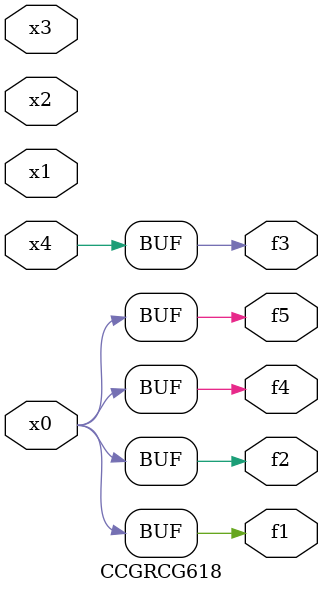
<source format=v>
module CCGRCG618(
	input x0, x1, x2, x3, x4,
	output f1, f2, f3, f4, f5
);
	assign f1 = x0;
	assign f2 = x0;
	assign f3 = x4;
	assign f4 = x0;
	assign f5 = x0;
endmodule

</source>
